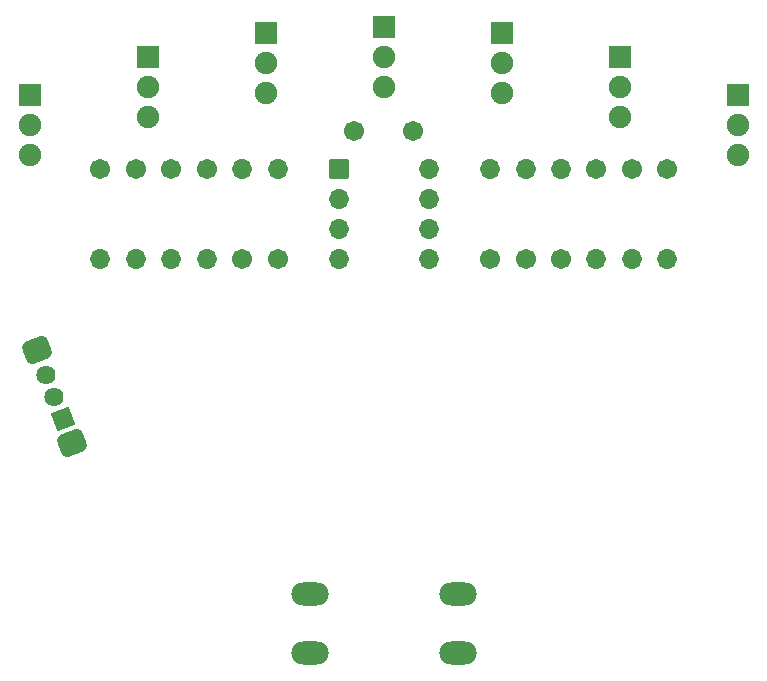
<source format=gbs>
G04 #@! TF.GenerationSoftware,KiCad,Pcbnew,6.0.11-2627ca5db0~126~ubuntu20.04.1*
G04 #@! TF.CreationDate,2025-11-03T09:49:22+01:00*
G04 #@! TF.ProjectId,attiny85_catch_me_bcl-2,61747469-6e79-4383-955f-63617463685f,1.0*
G04 #@! TF.SameCoordinates,Original*
G04 #@! TF.FileFunction,Soldermask,Bot*
G04 #@! TF.FilePolarity,Negative*
%FSLAX46Y46*%
G04 Gerber Fmt 4.6, Leading zero omitted, Abs format (unit mm)*
G04 Created by KiCad (PCBNEW 6.0.11-2627ca5db0~126~ubuntu20.04.1) date 2025-11-03 09:49:22*
%MOMM*%
%LPD*%
G01*
G04 APERTURE LIST*
G04 Aperture macros list*
%AMRoundRect*
0 Rectangle with rounded corners*
0 $1 Rounding radius*
0 $2 $3 $4 $5 $6 $7 $8 $9 X,Y pos of 4 corners*
0 Add a 4 corners polygon primitive as box body*
4,1,4,$2,$3,$4,$5,$6,$7,$8,$9,$2,$3,0*
0 Add four circle primitives for the rounded corners*
1,1,$1+$1,$2,$3*
1,1,$1+$1,$4,$5*
1,1,$1+$1,$6,$7*
1,1,$1+$1,$8,$9*
0 Add four rect primitives between the rounded corners*
20,1,$1+$1,$2,$3,$4,$5,0*
20,1,$1+$1,$4,$5,$6,$7,0*
20,1,$1+$1,$6,$7,$8,$9,0*
20,1,$1+$1,$8,$9,$2,$3,0*%
G04 Aperture macros list end*
%ADD10RoundRect,0.526000X0.413263X0.667431X-0.753713X0.219471X-0.413263X-0.667431X0.753713X-0.219471X0*%
%ADD11RoundRect,0.051000X0.438312X0.984465X-0.984465X0.438312X-0.438312X-0.984465X0.984465X-0.438312X0*%
%ADD12C,1.626000*%
%ADD13C,1.702000*%
%ADD14O,1.702000X1.702000*%
%ADD15RoundRect,0.051000X-0.800000X-0.800000X0.800000X-0.800000X0.800000X0.800000X-0.800000X0.800000X0*%
%ADD16O,3.150000X1.952000*%
%ADD17RoundRect,0.051000X-0.900000X0.900000X-0.900000X-0.900000X0.900000X-0.900000X0.900000X0.900000X0*%
%ADD18C,1.902000*%
G04 APERTURE END LIST*
D10*
X78605146Y-105196038D03*
X75594854Y-97353962D03*
D11*
X77816736Y-103142161D03*
D12*
X77100000Y-101275000D03*
X76383264Y-99407839D03*
D13*
X120000000Y-89620000D03*
D14*
X120000000Y-82000000D03*
D13*
X117000000Y-89620000D03*
D14*
X117000000Y-82000000D03*
D13*
X114000000Y-89620000D03*
D14*
X114000000Y-82000000D03*
D13*
X96000000Y-89620000D03*
D14*
X96000000Y-82000000D03*
D15*
X101190000Y-82000000D03*
D14*
X101190000Y-84540000D03*
X101190000Y-87080000D03*
X101190000Y-89620000D03*
X108810000Y-89620000D03*
X108810000Y-87080000D03*
X108810000Y-84540000D03*
X108810000Y-82000000D03*
D16*
X111250000Y-123000000D03*
X98750000Y-123000000D03*
X111250000Y-118000000D03*
X98750000Y-118000000D03*
D13*
X107500000Y-78750000D03*
X102500000Y-78750000D03*
D17*
X125000000Y-72500000D03*
D18*
X125000000Y-75040000D03*
X125000000Y-77580000D03*
D17*
X115000000Y-70500000D03*
D18*
X115000000Y-73040000D03*
X115000000Y-75580000D03*
D17*
X85000000Y-72500000D03*
D18*
X85000000Y-75040000D03*
X85000000Y-77580000D03*
D13*
X81000000Y-82000000D03*
D14*
X81000000Y-89620000D03*
D13*
X87000000Y-82000000D03*
D14*
X87000000Y-89620000D03*
D17*
X105000000Y-70000000D03*
D18*
X105000000Y-72540000D03*
X105000000Y-75080000D03*
D17*
X95000000Y-70500000D03*
D18*
X95000000Y-73040000D03*
X95000000Y-75580000D03*
D13*
X126000000Y-82000000D03*
D14*
X126000000Y-89620000D03*
D13*
X90000000Y-82000000D03*
D14*
X90000000Y-89620000D03*
D13*
X123000000Y-82000000D03*
D14*
X123000000Y-89620000D03*
D13*
X84000000Y-82000000D03*
D14*
X84000000Y-89620000D03*
D17*
X135000000Y-75700000D03*
D18*
X135000000Y-78240000D03*
X135000000Y-80780000D03*
D13*
X93000000Y-89620000D03*
D14*
X93000000Y-82000000D03*
D17*
X75000000Y-75700000D03*
D18*
X75000000Y-78240000D03*
X75000000Y-80780000D03*
D13*
X129000000Y-82000000D03*
D14*
X129000000Y-89620000D03*
M02*

</source>
